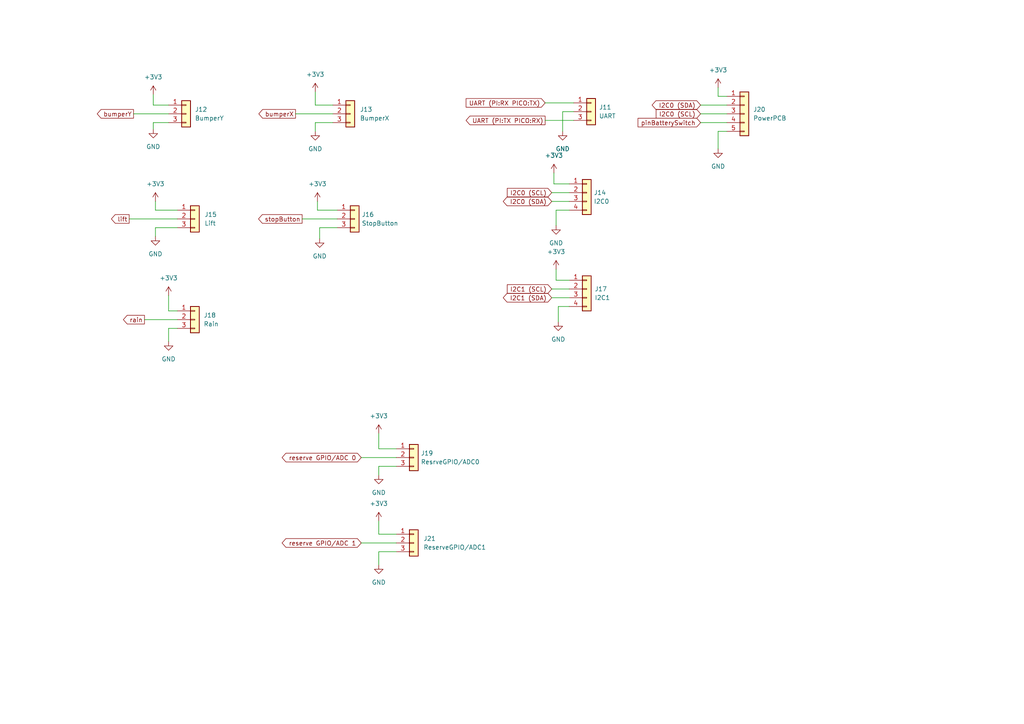
<source format=kicad_sch>
(kicad_sch (version 20211123) (generator eeschema)
  (paper "A4")
  (title_block (title "Landrumower sensor and interface connections") (rev "1.0"))
  (lib_symbols
    (symbol "Connector_Generic:Conn_01x03" (pin_names (offset 1.016) hide)
      (property "Reference" "J" (at 0 5.08 0))
      (property "Value" "Conn_01x03" (at 0 -5.08 0))
      (symbol "Conn_01x03_1_1"
        (rectangle (start -1.27 -2.413) (end 0 -2.667) (stroke (width 0.1524)))
        (rectangle (start -1.27 0.127) (end 0 -0.127) (stroke (width 0.1524)))
        (rectangle (start -1.27 2.667) (end 0 2.413) (stroke (width 0.1524)))
        (rectangle (start -1.27 3.81) (end 1.27 -3.81) (stroke (width 0.254)) (fill (type background)))
        (pin passive line (at -5.08 2.54 0) (length 3.81) (name "Pin_1") (number "1"))
        (pin passive line (at -5.08 0 0) (length 3.81) (name "Pin_2") (number "2"))
        (pin passive line (at -5.08 -2.54 0) (length 3.81) (name "Pin_3") (number "3"))
      )
    )
    (symbol "Connector_Generic:Conn_01x04" (pin_names (offset 1.016) hide)
      (property "Reference" "J" (at 0 5.08 0))
      (property "Value" "Conn_01x04" (at 0 -7.62 0))
      (symbol "Conn_01x04_1_1"
        (rectangle (start -1.27 -4.953) (end 0 -5.207) (stroke (width 0.1524)))
        (rectangle (start -1.27 -2.413) (end 0 -2.667) (stroke (width 0.1524)))
        (rectangle (start -1.27 0.127) (end 0 -0.127) (stroke (width 0.1524)))
        (rectangle (start -1.27 2.667) (end 0 2.413) (stroke (width 0.1524)))
        (rectangle (start -1.27 3.81) (end 1.27 -6.35) (stroke (width 0.254)) (fill (type background)))
        (pin passive line (at -5.08 2.54 0) (length 3.81) (name "Pin_1") (number "1"))
        (pin passive line (at -5.08 0 0) (length 3.81) (name "Pin_2") (number "2"))
        (pin passive line (at -5.08 -2.54 0) (length 3.81) (name "Pin_3") (number "3"))
        (pin passive line (at -5.08 -5.08 0) (length 3.81) (name "Pin_4") (number "4"))
      )
    )
    (symbol "Connector_Generic:Conn_01x05" (pin_names (offset 1.016) hide)
      (property "Reference" "J" (at 0 7.62 0))
      (property "Value" "Conn_01x05" (at 0 -7.62 0))
      (symbol "Conn_01x05_1_1"
        (rectangle (start -1.27 -4.953) (end 0 -5.207) (stroke (width 0.1524)))
        (rectangle (start -1.27 -2.413) (end 0 -2.667) (stroke (width 0.1524)))
        (rectangle (start -1.27 0.127) (end 0 -0.127) (stroke (width 0.1524)))
        (rectangle (start -1.27 2.667) (end 0 2.413) (stroke (width 0.1524)))
        (rectangle (start -1.27 5.207) (end 0 4.953) (stroke (width 0.1524)))
        (rectangle (start -1.27 6.35) (end 1.27 -6.35) (stroke (width 0.254)) (fill (type background)))
        (pin passive line (at -5.08 5.08 0) (length 3.81) (name "Pin_1") (number "1"))
        (pin passive line (at -5.08 2.54 0) (length 3.81) (name "Pin_2") (number "2"))
        (pin passive line (at -5.08 0 0) (length 3.81) (name "Pin_3") (number "3"))
        (pin passive line (at -5.08 -2.54 0) (length 3.81) (name "Pin_4") (number "4"))
        (pin passive line (at -5.08 -5.08 0) (length 3.81) (name "Pin_5") (number "5"))
      )
    )
    (symbol "power:+3V3" (power) (pin_names (offset 0))
      (property "Value" "+3V3" (at 0 3.556 0))
      (symbol "+3V3_0_1"
        (polyline (pts (xy -0.762 1.27) (xy 0 2.54)))
        (polyline (pts (xy 0 0) (xy 0 2.54)))
        (polyline (pts (xy 0 2.54) (xy 0.762 1.27)))
      )
      (symbol "+3V3_1_1"
        (pin power_in line (at 0 0 90) (length 0) hide (name "+3V3") (number "1"))
      )
    )
    (symbol "power:GND" (power) (pin_names (offset 0))
      (property "Value" "GND" (at 0 -3.81 0))
      (symbol "GND_0_1"
        (polyline (pts (xy 0 0) (xy 0 -1.27) (xy 1.27 -1.27) (xy 0 -2.54) (xy -1.27 -1.27) (xy 0 -1.27)))
      )
      (symbol "GND_1_1"
        (pin power_in line (at 0 0 270) (length 0) hide (name "GND") (number "1"))
      )
    )
  )
  (wire (pts (xy 91.44 30.48) (xy 91.44 26.67)))
  (wire (pts (xy 158.115 34.925) (xy 166.37 34.925)))
  (wire (pts (xy 37.465 63.5) (xy 51.435 63.5)))
  (wire (pts (xy 92.71 66.04) (xy 97.79 66.04)))
  (wire (pts (xy 203.2 33.02) (xy 210.82 33.02)))
  (wire (pts (xy 45.085 68.58) (xy 45.085 66.04)))
  (wire (pts (xy 160.02 58.42) (xy 165.1 58.42)))
  (wire (pts (xy 109.855 151.13) (xy 109.855 154.94)))
  (wire (pts (xy 48.895 95.25) (xy 51.435 95.25)))
  (wire (pts (xy 48.895 90.17) (xy 51.435 90.17)))
  (wire (pts (xy 92.075 60.96) (xy 97.79 60.96)))
  (wire (pts (xy 165.1 81.28) (xy 161.29 81.28)))
  (wire (pts (xy 161.925 93.345) (xy 161.925 88.9)))
  (wire (pts (xy 160.655 53.34) (xy 165.1 53.34)))
  (wire (pts (xy 160.02 55.88) (xy 165.1 55.88)))
  (wire (pts (xy 48.895 99.06) (xy 48.895 95.25)))
  (wire (pts (xy 161.29 60.96) (xy 161.29 65.405)))
  (wire (pts (xy 92.075 58.42) (xy 92.075 60.96)))
  (wire (pts (xy 38.735 33.02) (xy 48.895 33.02)))
  (wire (pts (xy 45.085 66.04) (xy 51.435 66.04)))
  (wire (pts (xy 96.52 30.48) (xy 91.44 30.48)))
  (wire (pts (xy 91.44 35.56) (xy 91.44 38.1)))
  (wire (pts (xy 109.855 137.795) (xy 109.855 135.255)))
  (wire (pts (xy 44.45 27.432) (xy 44.45 30.48)))
  (wire (pts (xy 85.725 33.02) (xy 96.52 33.02)))
  (wire (pts (xy 163.195 32.385) (xy 163.195 38.1)))
  (wire (pts (xy 166.37 32.385) (xy 163.195 32.385)))
  (wire (pts (xy 92.71 69.215) (xy 92.71 66.04)))
  (wire (pts (xy 109.855 163.83) (xy 109.855 160.02)))
  (wire (pts (xy 87.63 63.5) (xy 97.79 63.5)))
  (wire (pts (xy 158.115 29.845) (xy 166.37 29.845)))
  (wire (pts (xy 160.655 50.165) (xy 160.655 53.34)))
  (wire (pts (xy 45.085 60.96) (xy 51.435 60.96)))
  (wire (pts (xy 165.1 60.96) (xy 161.29 60.96)))
  (wire (pts (xy 160.02 86.36) (xy 165.1 86.36)))
  (wire (pts (xy 45.085 58.42) (xy 45.085 60.96)))
  (wire (pts (xy 109.855 160.02) (xy 114.935 160.02)))
  (wire (pts (xy 161.29 81.28) (xy 161.29 78.105)))
  (wire (pts (xy 109.855 135.255) (xy 114.935 135.255)))
  (wire (pts (xy 208.28 25.4) (xy 208.28 27.94)))
  (wire (pts (xy 109.855 130.175) (xy 114.935 130.175)))
  (wire (pts (xy 104.775 132.715) (xy 114.935 132.715)))
  (wire (pts (xy 48.895 85.725) (xy 48.895 90.17)))
  (wire (pts (xy 104.775 157.48) (xy 114.935 157.48)))
  (wire (pts (xy 96.52 35.56) (xy 91.44 35.56)))
  (wire (pts (xy 109.855 125.73) (xy 109.855 130.175)))
  (wire (pts (xy 44.45 35.56) (xy 48.895 35.56)))
  (wire (pts (xy 203.2 35.56) (xy 210.82 35.56)))
  (wire (pts (xy 44.45 30.48) (xy 48.895 30.48)))
  (wire (pts (xy 203.2 30.48) (xy 210.82 30.48)))
  (wire (pts (xy 160.02 83.82) (xy 165.1 83.82)))
  (wire (pts (xy 208.28 38.1) (xy 210.82 38.1)))
  (wire (pts (xy 208.28 27.94) (xy 210.82 27.94)))
  (wire (pts (xy 44.45 37.465) (xy 44.45 35.56)))
  (wire (pts (xy 109.855 154.94) (xy 114.935 154.94)))
  (wire (pts (xy 161.925 88.9) (xy 165.1 88.9)))
  (wire (pts (xy 208.28 43.18) (xy 208.28 38.1)))
  (wire (pts (xy 41.91 92.71) (xy 51.435 92.71)))
  (global_label "UART (PI:TX PICO:RX)" (shape output) (at 158.115 34.925 180) (property "Intersheet References" "${INTERSHEET_REFS}" (effects hide)))
  (global_label "I2C0 (SDA)" (shape bidirectional) (at 160.02 58.42 180) (property "Intersheet References" "${INTERSHEET_REFS}" (effects hide)))
  (global_label "rain" (shape output) (at 41.91 92.71 180) (property "Intersheet References" "${INTERSHEET_REFS}" (effects hide)))
  (global_label "reserve GPIO{slash}ADC 0" (shape bidirectional) (at 104.775 132.715 180) (property "Intersheet References" "${INTERSHEET_REFS}" (effects hide)))
  (global_label "I2C1 (SCL)" (shape input) (at 160.02 83.82 180) (property "Intersheet References" "${INTERSHEET_REFS}" (effects hide)))
  (global_label "I2C0 (SCL)" (shape input) (at 203.2 33.02 180) (property "Intersheet References" "${INTERSHEET_REFS}" (effects hide)))
  (global_label "UART (PI:RX PICO:TX)" (shape input) (at 158.115 29.845 180) (property "Intersheet References" "${INTERSHEET_REFS}" (effects hide)))
  (global_label "I2C1 (SDA)" (shape bidirectional) (at 160.02 86.36 180) (property "Intersheet References" "${INTERSHEET_REFS}" (effects hide)))
  (global_label "bumperY" (shape output) (at 38.735 33.02 180) (property "Intersheet References" "${INTERSHEET_REFS}" (effects hide)))
  (global_label "I2C0 (SDA)" (shape bidirectional) (at 203.2 30.48 180) (property "Intersheet References" "${INTERSHEET_REFS}" (effects hide)))
  (global_label "lift" (shape output) (at 37.465 63.5 180) (property "Intersheet References" "${INTERSHEET_REFS}" (effects hide)))
  (global_label "pinBatterySwitch" (shape input) (at 203.2 35.56 180) (property "Intersheet References" "${INTERSHEET_REFS}" (effects hide)))
  (global_label "bumperX" (shape output) (at 85.725 33.02 180) (property "Intersheet References" "${INTERSHEET_REFS}" (effects hide)))
  (global_label "stopButton" (shape output) (at 87.63 63.5 180) (property "Intersheet References" "${INTERSHEET_REFS}" (effects hide)))
  (global_label "I2C0 (SCL)" (shape input) (at 160.02 55.88 180) (property "Intersheet References" "${INTERSHEET_REFS}" (effects hide)))
  (global_label "reserve GPIO{slash}ADC 1" (shape bidirectional) (at 104.775 157.48 180) (property "Intersheet References" "${INTERSHEET_REFS}" (effects hide)))
  (symbol (lib_id "power:GND") (at 92.71 69.215 0) (unit 1)
    (property "Reference" "#PWR0141" (effects hide))
    (property "Value" "GND" (at 92.71 74.295 0))
  )
  (symbol (lib_id "Connector_Generic:Conn_01x03") (at 56.515 63.5 0) (unit 1)
    (property "Reference" "J15" (at 59.309 62.2299 0) (effects (justify left)))
    (property "Value" "Lift" (at 59.309 64.7699 0) (effects (justify left)))
    (property "Footprint" "Connector_JST:JST_EH_B3B-EH-A_1x03_P2.50mm_Vertical" (effects hide))
  )
  (symbol (lib_id "Connector_Generic:Conn_01x04") (at 170.18 83.82 0) (unit 1)
    (property "Reference" "J17" (at 172.466 83.8199 0) (effects (justify left)))
    (property "Value" "I2C1" (at 172.466 86.3599 0) (effects (justify left)))
    (property "Footprint" "Connector_JST:JST_EH_B4B-EH-A_1x04_P2.50mm_Vertical" (effects hide))
  )
  (symbol (lib_id "power:+3V3") (at 91.44 26.67 0) (unit 1)
    (property "Reference" "#PWR0135" (effects hide))
    (property "Value" "+3V3" (at 91.44 21.59 0))
  )
  (symbol (lib_id "power:+3V3") (at 161.29 78.105 0) (unit 1)
    (property "Reference" "#PWR0132" (effects hide))
    (property "Value" "+3V3" (at 161.29 73.025 0))
  )
  (symbol (lib_id "power:GND") (at 161.29 65.405 0) (unit 1)
    (property "Reference" "#PWR0131" (effects hide))
    (property "Value" "GND" (at 161.29 70.485 0))
  )
  (symbol (lib_id "power:+3V3") (at 160.655 50.165 0) (unit 1)
    (property "Reference" "#PWR0134" (effects hide))
    (property "Value" "+3V3" (at 160.655 45.085 0))
  )
  (symbol (lib_id "power:GND") (at 45.085 68.58 0) (unit 1)
    (property "Reference" "#PWR0139" (effects hide))
    (property "Value" "GND" (at 45.085 73.66 0))
  )
  (symbol (lib_id "power:+3V3") (at 48.895 85.725 0) (unit 1)
    (property "Reference" "#PWR0124" (effects hide))
    (property "Value" "+3V3" (at 48.895 80.645 0))
  )
  (symbol (lib_id "power:+3V3") (at 208.28 25.4 0) (unit 1)
    (property "Reference" "#PWR0118" (effects hide))
    (property "Value" "+3V3" (at 208.28 20.32 0))
  )
  (symbol (lib_id "Connector_Generic:Conn_01x03") (at 171.45 32.385 0) (unit 1)
    (property "Reference" "J11" (at 173.736 31.1149 0) (effects (justify left)))
    (property "Value" "UART" (at 173.736 33.6549 0) (effects (justify left)))
    (property "Footprint" "Connector_JST:JST_EH_B3B-EH-A_1x03_P2.50mm_Vertical" (effects hide))
  )
  (symbol (lib_id "power:GND") (at 109.855 137.795 0) (unit 1)
    (property "Reference" "#PWR0126" (effects hide))
    (property "Value" "GND" (at 109.855 142.875 0))
  )
  (symbol (lib_id "Connector_Generic:Conn_01x04") (at 170.18 55.88 0) (unit 1)
    (property "Reference" "J14" (at 172.212 55.8799 0) (effects (justify left)))
    (property "Value" "I2C0" (at 172.212 58.4199 0) (effects (justify left)))
    (property "Footprint" "Connector_JST:JST_EH_B4B-EH-A_1x04_P2.50mm_Vertical" (effects hide))
  )
  (symbol (lib_id "power:+3V3") (at 44.45 27.432 0) (unit 1)
    (property "Reference" "#PWR0138" (effects hide))
    (property "Value" "+3V3" (at 44.45 22.352 0))
  )
  (symbol (lib_id "power:+3V3") (at 109.855 125.73 0) (unit 1)
    (property "Reference" "#PWR0125" (effects hide))
    (property "Value" "+3V3" (at 109.855 120.65 0))
  )
  (symbol (lib_id "Connector_Generic:Conn_01x03") (at 120.015 157.48 0) (unit 1)
    (property "Reference" "J21" (at 122.809 156.2099 0) (effects (justify left)))
    (property "Value" "ReserveGPIO/ADC1" (at 122.809 158.7499 0) (effects (justify left)))
    (property "Footprint" "Connector_JST:JST_EH_B3B-EH-A_1x03_P2.50mm_Vertical" (effects hide))
  )
  (symbol (lib_id "Connector_Generic:Conn_01x03") (at 56.515 92.71 0) (unit 1)
    (property "Reference" "J18" (at 59.055 91.4399 0) (effects (justify left)))
    (property "Value" "Rain" (at 59.055 93.9799 0) (effects (justify left)))
    (property "Footprint" "Connector_JST:JST_EH_B3B-EH-A_1x03_P2.50mm_Vertical" (effects hide))
  )
  (symbol (lib_id "power:GND") (at 44.45 37.465 0) (unit 1)
    (property "Reference" "#PWR0136" (effects hide))
    (property "Value" "GND" (at 44.45 42.545 0))
  )
  (symbol (lib_id "power:GND") (at 208.28 43.18 0) (unit 1)
    (property "Reference" "#PWR0119" (effects hide))
    (property "Value" "GND" (at 208.28 48.26 0))
  )
  (symbol (lib_id "power:GND") (at 91.44 38.1 0) (unit 1)
    (property "Reference" "#PWR0140" (effects hide))
    (property "Value" "GND" (at 91.44 43.18 0))
  )
  (symbol (lib_id "Connector_Generic:Conn_01x05") (at 215.9 33.02 0) (unit 1)
    (property "Reference" "J20" (at 218.44 31.7499 0) (effects (justify left)))
    (property "Value" "PowerPCB" (at 218.44 34.2899 0) (effects (justify left)))
    (property "Footprint" "Connector_JST:JST_EH_B5B-EH-A_1x05_P2.50mm_Vertical" (effects hide))
  )
  (symbol (lib_id "power:GND") (at 48.895 99.06 0) (unit 1)
    (property "Reference" "#PWR0123" (effects hide))
    (property "Value" "GND" (at 48.895 104.14 0))
  )
  (symbol (lib_id "power:+3V3") (at 92.075 58.42 0) (unit 1)
    (property "Reference" "#PWR0142" (effects hide))
    (property "Value" "+3V3" (at 92.075 53.34 0))
  )
  (symbol (lib_id "power:+3V3") (at 109.855 151.13 0) (unit 1)
    (property "Reference" "#PWR0128" (effects hide))
    (property "Value" "+3V3" (at 109.855 146.05 0))
  )
  (symbol (lib_id "Connector_Generic:Conn_01x03") (at 120.015 132.715 0) (unit 1)
    (property "Reference" "J19" (at 122.047 131.4449 0) (effects (justify left)))
    (property "Value" "ResrveGPIO/ADC0" (at 122.047 133.9849 0) (effects (justify left)))
    (property "Footprint" "Connector_JST:JST_EH_B3B-EH-A_1x03_P2.50mm_Vertical" (effects hide))
  )
  (symbol (lib_id "power:GND") (at 109.855 163.83 0) (unit 1)
    (property "Reference" "#PWR0129" (effects hide))
    (property "Value" "GND" (at 109.855 168.91 0))
  )
  (symbol (lib_id "power:+3V3") (at 45.085 58.42 0) (unit 1)
    (property "Reference" "#PWR0137" (effects hide))
    (property "Value" "+3V3" (at 45.085 53.34 0))
  )
  (symbol (lib_id "Connector_Generic:Conn_01x03") (at 102.87 63.5 0) (unit 1)
    (property "Reference" "J16" (at 104.902 62.2299 0) (effects (justify left)))
    (property "Value" "StopButton" (at 104.902 64.7699 0) (effects (justify left)))
    (property "Footprint" "Connector_JST:JST_EH_B3B-EH-A_1x03_P2.50mm_Vertical" (effects hide))
  )
  (symbol (lib_id "Connector_Generic:Conn_01x03") (at 53.975 33.02 0) (unit 1)
    (property "Reference" "J12" (at 56.515 31.7499 0) (effects (justify left)))
    (property "Value" "BumperY" (at 56.515 34.2899 0) (effects (justify left)))
    (property "Footprint" "Connector_JST:JST_EH_B3B-EH-A_1x03_P2.50mm_Vertical" (effects hide))
  )
  (symbol (lib_id "Connector_Generic:Conn_01x03") (at 101.6 33.02 0) (unit 1)
    (property "Reference" "J13" (at 104.394 31.7499 0) (effects (justify left)))
    (property "Value" "BumperX" (at 104.394 34.2899 0) (effects (justify left)))
    (property "Footprint" "Connector_JST:JST_EH_B3B-EH-A_1x03_P2.50mm_Vertical" (effects hide))
  )
  (symbol (lib_id "power:GND") (at 161.925 93.345 0) (unit 1)
    (property "Reference" "#PWR0130" (effects hide))
    (property "Value" "GND" (at 161.925 98.425 0))
  )
  (symbol (lib_id "power:GND") (at 163.195 38.1 0) (unit 1)
    (property "Reference" "#PWR0133" (effects hide))
    (property "Value" "GND" (at 163.195 43.18 0))
  )
)
</source>
